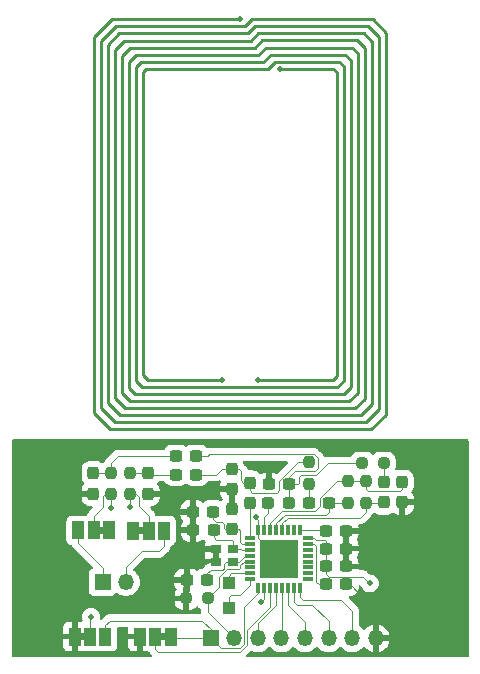
<source format=gtl>
G04 #@! TF.GenerationSoftware,KiCad,Pcbnew,7.0.9*
G04 #@! TF.CreationDate,2024-04-03T14:29:21+02:00*
G04 #@! TF.ProjectId,NFC_Programmer,4e46435f-5072-46f6-9772-616d6d65722e,3.0*
G04 #@! TF.SameCoordinates,Original*
G04 #@! TF.FileFunction,Copper,L1,Top*
G04 #@! TF.FilePolarity,Positive*
%FSLAX46Y46*%
G04 Gerber Fmt 4.6, Leading zero omitted, Abs format (unit mm)*
G04 Created by KiCad (PCBNEW 7.0.9) date 2024-04-03 14:29:21*
%MOMM*%
%LPD*%
G01*
G04 APERTURE LIST*
G04 Aperture macros list*
%AMRoundRect*
0 Rectangle with rounded corners*
0 $1 Rounding radius*
0 $2 $3 $4 $5 $6 $7 $8 $9 X,Y pos of 4 corners*
0 Add a 4 corners polygon primitive as box body*
4,1,4,$2,$3,$4,$5,$6,$7,$8,$9,$2,$3,0*
0 Add four circle primitives for the rounded corners*
1,1,$1+$1,$2,$3*
1,1,$1+$1,$4,$5*
1,1,$1+$1,$6,$7*
1,1,$1+$1,$8,$9*
0 Add four rect primitives between the rounded corners*
20,1,$1+$1,$2,$3,$4,$5,0*
20,1,$1+$1,$4,$5,$6,$7,0*
20,1,$1+$1,$6,$7,$8,$9,0*
20,1,$1+$1,$8,$9,$2,$3,0*%
G04 Aperture macros list end*
G04 #@! TA.AperFunction,SMDPad,CuDef*
%ADD10RoundRect,0.237500X-0.237500X0.250000X-0.237500X-0.250000X0.237500X-0.250000X0.237500X0.250000X0*%
G04 #@! TD*
G04 #@! TA.AperFunction,SMDPad,CuDef*
%ADD11RoundRect,0.237500X0.300000X0.237500X-0.300000X0.237500X-0.300000X-0.237500X0.300000X-0.237500X0*%
G04 #@! TD*
G04 #@! TA.AperFunction,SMDPad,CuDef*
%ADD12RoundRect,0.237500X0.237500X-0.250000X0.237500X0.250000X-0.237500X0.250000X-0.237500X-0.250000X0*%
G04 #@! TD*
G04 #@! TA.AperFunction,SMDPad,CuDef*
%ADD13R,1.000000X1.500000*%
G04 #@! TD*
G04 #@! TA.AperFunction,ComponentPad*
%ADD14R,1.350000X1.350000*%
G04 #@! TD*
G04 #@! TA.AperFunction,ComponentPad*
%ADD15O,1.350000X1.350000*%
G04 #@! TD*
G04 #@! TA.AperFunction,SMDPad,CuDef*
%ADD16R,1.000000X1.000000*%
G04 #@! TD*
G04 #@! TA.AperFunction,SMDPad,CuDef*
%ADD17RoundRect,0.237500X0.237500X-0.287500X0.237500X0.287500X-0.237500X0.287500X-0.237500X-0.287500X0*%
G04 #@! TD*
G04 #@! TA.AperFunction,SMDPad,CuDef*
%ADD18R,0.900000X0.800000*%
G04 #@! TD*
G04 #@! TA.AperFunction,SMDPad,CuDef*
%ADD19RoundRect,0.237500X0.237500X-0.300000X0.237500X0.300000X-0.237500X0.300000X-0.237500X-0.300000X0*%
G04 #@! TD*
G04 #@! TA.AperFunction,SMDPad,CuDef*
%ADD20RoundRect,0.237500X-0.237500X0.300000X-0.237500X-0.300000X0.237500X-0.300000X0.237500X0.300000X0*%
G04 #@! TD*
G04 #@! TA.AperFunction,SMDPad,CuDef*
%ADD21R,0.850000X0.300000*%
G04 #@! TD*
G04 #@! TA.AperFunction,SMDPad,CuDef*
%ADD22R,0.300000X0.850000*%
G04 #@! TD*
G04 #@! TA.AperFunction,SMDPad,CuDef*
%ADD23R,3.250000X3.250000*%
G04 #@! TD*
G04 #@! TA.AperFunction,SMDPad,CuDef*
%ADD24RoundRect,0.237500X-0.300000X-0.237500X0.300000X-0.237500X0.300000X0.237500X-0.300000X0.237500X0*%
G04 #@! TD*
G04 #@! TA.AperFunction,SMDPad,CuDef*
%ADD25RoundRect,0.237500X-0.250000X-0.237500X0.250000X-0.237500X0.250000X0.237500X-0.250000X0.237500X0*%
G04 #@! TD*
G04 #@! TA.AperFunction,SMDPad,CuDef*
%ADD26RoundRect,0.237500X-0.287500X-0.237500X0.287500X-0.237500X0.287500X0.237500X-0.287500X0.237500X0*%
G04 #@! TD*
G04 #@! TA.AperFunction,SMDPad,CuDef*
%ADD27RoundRect,0.237500X0.250000X0.237500X-0.250000X0.237500X-0.250000X-0.237500X0.250000X-0.237500X0*%
G04 #@! TD*
G04 #@! TA.AperFunction,ViaPad*
%ADD28C,0.360000*%
G04 #@! TD*
G04 #@! TA.AperFunction,ViaPad*
%ADD29C,0.500000*%
G04 #@! TD*
G04 #@! TA.AperFunction,Conductor*
%ADD30C,0.100000*%
G04 #@! TD*
G04 #@! TA.AperFunction,Conductor*
%ADD31C,0.250000*%
G04 #@! TD*
G04 APERTURE END LIST*
G04 #@! TA.AperFunction,EtchedComponent*
G36*
X132035000Y-99000000D02*
G01*
X131535000Y-99000000D01*
X131535000Y-98400000D01*
X132035000Y-98400000D01*
X132035000Y-99000000D01*
G37*
G04 #@! TD.AperFunction*
G04 #@! TA.AperFunction,EtchedComponent*
G36*
X128675000Y-98990000D02*
G01*
X128175000Y-98990000D01*
X128175000Y-98390000D01*
X128675000Y-98390000D01*
X128675000Y-98990000D01*
G37*
G04 #@! TD.AperFunction*
G04 #@! TA.AperFunction,EtchedComponent*
G36*
X133910000Y-107970000D02*
G01*
X133410000Y-107970000D01*
X133410000Y-107370000D01*
X133910000Y-107370000D01*
X133910000Y-107970000D01*
G37*
G04 #@! TD.AperFunction*
G04 #@! TA.AperFunction,EtchedComponent*
G36*
X127070000Y-107970000D02*
G01*
X126570000Y-107970000D01*
X126570000Y-107370000D01*
X127070000Y-107370000D01*
X127070000Y-107970000D01*
G37*
G04 #@! TD.AperFunction*
D10*
X150813750Y-94545000D03*
X150813750Y-96370000D03*
D11*
X147696750Y-96380000D03*
X145971750Y-96380000D03*
D12*
X145994250Y-94742500D03*
X145994250Y-92917500D03*
D13*
X131135000Y-98700000D03*
X132435000Y-98700000D03*
X133735000Y-98700000D03*
D11*
X137886750Y-97110000D03*
X136161750Y-97110000D03*
D14*
X128530000Y-103060000D03*
D15*
X130530000Y-103060000D03*
D16*
X139250000Y-105250000D03*
D17*
X140994250Y-96385000D03*
X140994250Y-94635000D03*
D11*
X136462500Y-93970000D03*
X134737500Y-93970000D03*
D18*
X139571750Y-100230000D03*
X138171750Y-100230000D03*
X138171750Y-101330000D03*
X139571750Y-101330000D03*
D19*
X139504250Y-98602500D03*
X139504250Y-96877500D03*
D20*
X139464250Y-93467500D03*
X139464250Y-95192500D03*
D21*
X145914250Y-102820000D03*
X145914250Y-102320000D03*
X145914250Y-101820000D03*
X145914250Y-101320000D03*
X145914250Y-100820000D03*
X145914250Y-100320000D03*
X145914250Y-99820000D03*
X145914250Y-99320000D03*
D22*
X145214250Y-98620000D03*
X144714250Y-98620000D03*
X144214250Y-98620000D03*
X143714250Y-98620000D03*
X143214250Y-98620000D03*
X142714250Y-98620000D03*
X142214250Y-98620000D03*
X141714250Y-98620000D03*
D21*
X141014250Y-99320000D03*
X141014250Y-99820000D03*
X141014250Y-100320000D03*
X141014250Y-100820000D03*
X141014250Y-101320000D03*
X141014250Y-101820000D03*
X141014250Y-102320000D03*
X141014250Y-102820000D03*
D22*
X141714250Y-103520000D03*
X142214250Y-103520000D03*
X142714250Y-103520000D03*
X143214250Y-103520000D03*
X143714250Y-103520000D03*
X144214250Y-103520000D03*
X144714250Y-103520000D03*
X145214250Y-103520000D03*
D23*
X143464250Y-101070000D03*
D14*
X137670000Y-107810000D03*
D15*
X139670000Y-107810000D03*
X141670000Y-107810000D03*
X143670000Y-107810000D03*
X145670000Y-107810000D03*
X147670000Y-107810000D03*
X149670000Y-107810000D03*
X151670000Y-107810000D03*
D10*
X130835000Y-93800000D03*
X130835000Y-95625000D03*
D19*
X152344250Y-96320000D03*
X152344250Y-94595000D03*
D11*
X136462500Y-92400000D03*
X134737500Y-92400000D03*
D24*
X147445000Y-98700000D03*
X149170000Y-98700000D03*
X147445000Y-100220000D03*
X149170000Y-100220000D03*
D12*
X149283250Y-96370000D03*
X149283250Y-94545000D03*
D20*
X153904250Y-94587500D03*
X153904250Y-96312500D03*
D24*
X147445000Y-101740000D03*
X149170000Y-101740000D03*
D16*
X139240000Y-103170000D03*
D10*
X129285000Y-93800000D03*
X129285000Y-95625000D03*
D25*
X150522500Y-92990000D03*
X152347500Y-92990000D03*
D20*
X132385000Y-93850000D03*
X132385000Y-95575000D03*
D19*
X127725000Y-95575000D03*
X127725000Y-93850000D03*
D11*
X137372500Y-102890000D03*
X135647500Y-102890000D03*
D26*
X142544250Y-96400000D03*
X144294250Y-96400000D03*
D27*
X137442500Y-104450000D03*
X135617500Y-104450000D03*
D13*
X129075000Y-98690000D03*
X127775000Y-98690000D03*
X126475000Y-98690000D03*
X134310000Y-107670000D03*
X133010000Y-107670000D03*
X131710000Y-107670000D03*
X126170000Y-107670000D03*
X127470000Y-107670000D03*
X128770000Y-107670000D03*
D24*
X142609250Y-94790000D03*
X144334250Y-94790000D03*
D11*
X137926750Y-98680000D03*
X136201750Y-98680000D03*
D24*
X147445000Y-103260000D03*
X149170000Y-103260000D03*
D28*
X159130000Y-95860000D03*
X128970000Y-104540000D03*
X157940000Y-91280000D03*
X131870000Y-105550000D03*
X124300000Y-91250000D03*
X125190000Y-98820000D03*
X127340000Y-91240000D03*
X157250000Y-91280000D03*
X129940000Y-105570000D03*
X142640000Y-109210000D03*
X135120000Y-99770000D03*
X150620000Y-109150000D03*
X121160000Y-98970000D03*
X122870000Y-109150000D03*
X154830000Y-109120000D03*
D29*
X134251582Y-95601582D03*
D28*
X126460000Y-94700000D03*
X144350000Y-91290000D03*
X159080000Y-104020000D03*
X155130000Y-94450000D03*
X129220000Y-91250000D03*
X125190000Y-98210000D03*
X130030000Y-109160000D03*
X134590000Y-100240000D03*
X148440000Y-92230000D03*
X150480000Y-99510000D03*
X154370000Y-97580000D03*
X153610000Y-106680000D03*
X155400000Y-109120000D03*
X123600000Y-91240000D03*
X133980000Y-97190000D03*
X159130000Y-96470000D03*
X121160000Y-92260000D03*
X152660000Y-97670000D03*
X134420000Y-102300000D03*
X154960000Y-93780000D03*
X125860000Y-109180000D03*
X121170000Y-91560000D03*
X141860000Y-91280000D03*
X121120000Y-108950000D03*
X148700000Y-91290000D03*
X158550000Y-91280000D03*
X125740000Y-97180000D03*
X121130000Y-106460000D03*
X132560000Y-101260000D03*
X137450000Y-95930000D03*
X159120000Y-92860000D03*
X127700000Y-104640000D03*
X143780000Y-91290000D03*
X124910000Y-108130000D03*
X148000000Y-91280000D03*
X121160000Y-92870000D03*
X151917606Y-102411550D03*
X152920000Y-91280000D03*
X147701096Y-92221952D03*
X149280000Y-92220000D03*
X159090000Y-99740000D03*
X139410000Y-91290000D03*
X159090000Y-101530000D03*
X132820000Y-105550000D03*
X131290000Y-109180000D03*
X133790000Y-101240000D03*
X153610000Y-108460000D03*
X151890000Y-97650000D03*
X159130000Y-95290000D03*
X130870000Y-105570000D03*
X131960000Y-102880000D03*
X134260000Y-103310000D03*
X128320000Y-104550000D03*
X125250000Y-109180000D03*
X127520000Y-92500000D03*
X127740000Y-109160000D03*
X159120000Y-98960000D03*
X126610000Y-96460000D03*
X131630000Y-104040000D03*
X158390000Y-109150000D03*
X121130000Y-104670000D03*
X152310000Y-91280000D03*
X126670000Y-92870000D03*
X126440000Y-93840000D03*
X140680000Y-91280000D03*
X156070000Y-91280000D03*
X136910000Y-99940000D03*
X150460000Y-100300000D03*
X140020000Y-91290000D03*
X153450000Y-97640000D03*
X134950000Y-98240000D03*
X154170000Y-109120000D03*
X151364342Y-91970000D03*
X135077887Y-95174346D03*
X155410000Y-91290000D03*
X159080000Y-107150000D03*
X123410000Y-109150000D03*
X159090000Y-105270000D03*
X136980000Y-95110000D03*
X128330000Y-92550000D03*
X153140000Y-106270000D03*
X150470000Y-98680000D03*
X148720000Y-109150000D03*
X134310000Y-104440000D03*
X121160000Y-94050000D03*
X121810000Y-91240000D03*
D29*
X142620000Y-93280000D03*
D28*
X131010000Y-91250000D03*
X121690000Y-109150000D03*
X149880000Y-91290000D03*
X125480000Y-91250000D03*
X128310000Y-109160000D03*
X153610000Y-107250000D03*
X127050000Y-102380000D03*
X127910000Y-91240000D03*
X156550000Y-109120000D03*
X153600000Y-109120000D03*
X131820000Y-109180000D03*
X151460000Y-104220000D03*
X124910000Y-107590000D03*
X150530000Y-100960000D03*
X134950000Y-96480000D03*
X136540000Y-95870000D03*
X153540000Y-92730000D03*
X131960000Y-101650000D03*
X121130000Y-105850000D03*
X155130000Y-95290000D03*
X126400000Y-109180000D03*
X130430000Y-104500000D03*
X125760000Y-106200000D03*
X159080000Y-107760000D03*
X124910000Y-106980000D03*
X127050000Y-104100000D03*
X124910000Y-106410000D03*
X133540000Y-91240000D03*
X159090000Y-104660000D03*
X152060000Y-103740000D03*
X128800000Y-105570000D03*
X121120000Y-107160000D03*
X131160000Y-104360000D03*
X121120000Y-108340000D03*
X135620000Y-95890000D03*
X134630000Y-105320000D03*
X156010000Y-109120000D03*
X132850000Y-91240000D03*
X159130000Y-94680000D03*
X127050000Y-102950000D03*
X121130000Y-100360000D03*
X152220000Y-103020000D03*
X121120000Y-102240000D03*
D29*
X137050000Y-101330000D03*
D28*
X152310000Y-106410000D03*
X121160000Y-93440000D03*
X126970000Y-109180000D03*
X151740000Y-91280000D03*
X125190000Y-99360000D03*
X121130000Y-101540000D03*
X159120000Y-93430000D03*
X159090000Y-100920000D03*
X126670000Y-97160000D03*
X128970000Y-92080000D03*
D29*
X150700000Y-104480000D03*
D28*
X159080000Y-108330000D03*
X129460000Y-109160000D03*
X122420000Y-91240000D03*
X159120000Y-97780000D03*
X126540000Y-105870000D03*
X131780000Y-102240000D03*
X121160000Y-98360000D03*
X133530000Y-96280000D03*
X159090000Y-106450000D03*
X121130000Y-105280000D03*
X121120000Y-104030000D03*
X146820000Y-91280000D03*
X129780000Y-104480000D03*
X159130000Y-91550000D03*
X132280000Y-91240000D03*
X136340000Y-101680000D03*
X157120000Y-109120000D03*
X130400000Y-91250000D03*
X128520000Y-91240000D03*
X125670000Y-100350000D03*
X159080000Y-108940000D03*
X159120000Y-97170000D03*
X133210000Y-96990000D03*
X142470000Y-91280000D03*
X154800000Y-91290000D03*
X147200000Y-91900000D03*
X122990000Y-91240000D03*
X125190000Y-99930000D03*
X145600000Y-91280000D03*
X128920000Y-109160000D03*
X151070000Y-98110000D03*
X149310000Y-91290000D03*
X121130000Y-99750000D03*
X124910000Y-91250000D03*
X152170000Y-91820000D03*
X157820000Y-109150000D03*
X154230000Y-91290000D03*
X151130000Y-91280000D03*
X134150000Y-91240000D03*
X159090000Y-105840000D03*
X129830000Y-91250000D03*
X146210000Y-91280000D03*
X123980000Y-109150000D03*
X137000000Y-100650000D03*
X134960000Y-99050000D03*
X159090000Y-100350000D03*
X131670000Y-91240000D03*
X127100000Y-101690000D03*
X136100000Y-95140000D03*
X122260000Y-109150000D03*
X146740000Y-109170000D03*
X127050000Y-103560000D03*
X126090000Y-91250000D03*
X159120000Y-98350000D03*
X147390000Y-91280000D03*
X121170000Y-95300000D03*
X126130000Y-100790000D03*
X134890000Y-97330000D03*
X136100000Y-99920000D03*
X121160000Y-97180000D03*
X130670000Y-109180000D03*
X126610000Y-101210000D03*
X121120000Y-107770000D03*
X121170000Y-95870000D03*
X149880000Y-91890000D03*
X144960000Y-91290000D03*
X121120000Y-102850000D03*
X151124464Y-102010199D03*
X159080000Y-102230000D03*
X121120000Y-103420000D03*
X143170000Y-91290000D03*
X124910000Y-108700000D03*
X159120000Y-94040000D03*
X144710000Y-109150000D03*
X134250000Y-100770000D03*
X121130000Y-100930000D03*
X153420000Y-92190000D03*
X155210000Y-96260000D03*
D29*
X137990000Y-95230000D03*
D28*
X121170000Y-96480000D03*
X150570000Y-101750000D03*
X156680000Y-91280000D03*
X125190000Y-97640000D03*
X135110000Y-101700000D03*
X126700000Y-105300000D03*
X159080000Y-102840000D03*
X153610000Y-107890000D03*
X154390000Y-93370000D03*
X153620000Y-91290000D03*
X159120000Y-92250000D03*
X150680000Y-105400000D03*
D29*
X125870000Y-95560000D03*
D28*
X121160000Y-97790000D03*
X150700000Y-106280000D03*
X121170000Y-94690000D03*
X152140000Y-109230000D03*
D29*
X141500000Y-97570000D03*
D28*
X127050000Y-104670000D03*
X155050000Y-97220000D03*
X128250000Y-105320000D03*
X124680000Y-109180000D03*
X159080000Y-103410000D03*
X141290000Y-91280000D03*
X153610000Y-93260000D03*
X133840000Y-105540000D03*
X133130000Y-101260000D03*
X152870000Y-91870000D03*
X150690000Y-91810000D03*
X151510000Y-106310000D03*
X132400000Y-109200000D03*
X150490000Y-91290000D03*
X126730000Y-91240000D03*
X131940000Y-103530000D03*
D29*
X151160000Y-103180000D03*
X127550000Y-105990000D03*
X141910000Y-104760000D03*
X143530000Y-59600000D03*
X140200000Y-55400000D03*
X130850000Y-96740000D03*
X141680000Y-85910000D03*
X138620000Y-85930000D03*
X129280000Y-96770000D03*
D30*
X146610000Y-99990750D02*
X146610000Y-103040000D01*
X146439250Y-99820000D02*
X146610000Y-99990750D01*
X146830000Y-103260000D02*
X147445000Y-103260000D01*
X146610000Y-103040000D02*
X146830000Y-103260000D01*
X145914250Y-99820000D02*
X146439250Y-99820000D01*
X134225000Y-95575000D02*
X134251582Y-95601582D01*
X142609250Y-94790000D02*
X142609250Y-93290750D01*
X138027500Y-95192500D02*
X137990000Y-95230000D01*
X125885000Y-95575000D02*
X125870000Y-95560000D01*
X139464250Y-95192500D02*
X138027500Y-95192500D01*
X142609250Y-93290750D02*
X142620000Y-93280000D01*
X143464250Y-101070000D02*
X141714250Y-99320000D01*
X149480000Y-103260000D02*
X150700000Y-104480000D01*
X149170000Y-103260000D02*
X149480000Y-103260000D01*
X141714250Y-97784250D02*
X141500000Y-97570000D01*
X132385000Y-95575000D02*
X134225000Y-95575000D01*
X127725000Y-95575000D02*
X125885000Y-95575000D01*
X141714250Y-98620000D02*
X141714250Y-97784250D01*
X141714250Y-99320000D02*
X141714250Y-98620000D01*
X137000000Y-101280000D02*
X137050000Y-101330000D01*
X138171750Y-101330000D02*
X137050000Y-101330000D01*
X147365000Y-98620000D02*
X147445000Y-98700000D01*
X145214250Y-98620000D02*
X147365000Y-98620000D01*
X139504250Y-98602500D02*
X140056750Y-98602500D01*
X138824250Y-98510000D02*
X138916750Y-98602500D01*
X137886750Y-97732500D02*
X138134250Y-97980000D01*
X140204250Y-98750000D02*
X140204250Y-99700000D01*
X137886750Y-97110000D02*
X137886750Y-97732500D01*
X138134250Y-97980000D02*
X138684250Y-97980000D01*
X138684250Y-97980000D02*
X138824250Y-98120000D01*
X140324250Y-99820000D02*
X141014250Y-99820000D01*
X140204250Y-99700000D02*
X140324250Y-99820000D01*
X138916750Y-98602500D02*
X139504250Y-98602500D01*
X140056750Y-98602500D02*
X140204250Y-98750000D01*
X138824250Y-98120000D02*
X138824250Y-98510000D01*
X140064250Y-101330000D02*
X139571750Y-101330000D01*
X138960000Y-101330000D02*
X139571750Y-101330000D01*
X141014250Y-100820000D02*
X140574250Y-100820000D01*
X138695750Y-102010000D02*
X138798750Y-101907000D01*
X138798750Y-101491250D02*
X138960000Y-101330000D01*
X137372500Y-102890000D02*
X137372500Y-102307500D01*
X140574250Y-100820000D02*
X140064250Y-101330000D01*
X137670000Y-102010000D02*
X138695750Y-102010000D01*
X138798750Y-101907000D02*
X138798750Y-101491250D01*
X137372500Y-102307500D02*
X137670000Y-102010000D01*
X143714250Y-98095000D02*
X144212250Y-97597000D01*
X150813750Y-97140500D02*
X150813750Y-96370000D01*
X150813750Y-96370000D02*
X152294250Y-96370000D01*
X144212250Y-97597000D02*
X150357250Y-97597000D01*
X150357250Y-97597000D02*
X150813750Y-97140500D01*
X143714250Y-98620000D02*
X143714250Y-98095000D01*
X152294250Y-96370000D02*
X152344250Y-96320000D01*
X152347500Y-94591750D02*
X152344250Y-94595000D01*
X152347500Y-92990000D02*
X152347500Y-94591750D01*
X145050000Y-94790000D02*
X144334250Y-94790000D01*
X136462500Y-92400000D02*
X137430000Y-92400000D01*
X144294250Y-94830000D02*
X144334250Y-94790000D01*
X145170000Y-94670000D02*
X145050000Y-94790000D01*
X146410022Y-92253000D02*
X146750000Y-92592978D01*
X145350000Y-94000000D02*
X145170000Y-94180000D01*
X146570000Y-94000000D02*
X145350000Y-94000000D01*
X150522500Y-92990000D02*
X147580000Y-92990000D01*
X144334250Y-94135750D02*
X144334250Y-94790000D01*
X145170000Y-94180000D02*
X145170000Y-94670000D01*
X137577000Y-92253000D02*
X146410022Y-92253000D01*
X146750000Y-93420000D02*
X146550000Y-93620000D01*
X137430000Y-92400000D02*
X137577000Y-92253000D01*
X144294250Y-96400000D02*
X144294250Y-94830000D01*
X146750000Y-92592978D02*
X146750000Y-93420000D01*
X147580000Y-92990000D02*
X146570000Y-94000000D01*
X144850000Y-93620000D02*
X144334250Y-94135750D01*
X146550000Y-93620000D02*
X144850000Y-93620000D01*
X140994250Y-95284250D02*
X140994250Y-94635000D01*
X145076478Y-92917500D02*
X143480000Y-94513978D01*
X140067500Y-93467500D02*
X140270000Y-93670000D01*
X143480000Y-94513978D02*
X143480000Y-95290000D01*
X143280000Y-95490000D02*
X141200000Y-95490000D01*
X139464250Y-93467500D02*
X140067500Y-93467500D01*
X140445000Y-94635000D02*
X140994250Y-94635000D01*
X145994250Y-92917500D02*
X145076478Y-92917500D01*
X143480000Y-95290000D02*
X143280000Y-95490000D01*
X136462500Y-93970000D02*
X138120000Y-93970000D01*
X140270000Y-94460000D02*
X140445000Y-94635000D01*
X140270000Y-93670000D02*
X140270000Y-94460000D01*
X141200000Y-95490000D02*
X140994250Y-95284250D01*
X138120000Y-93970000D02*
X138622500Y-93467500D01*
X138622500Y-93467500D02*
X139464250Y-93467500D01*
X130835000Y-93800000D02*
X132335000Y-93800000D01*
X132505000Y-93970000D02*
X132385000Y-93850000D01*
X134737500Y-93970000D02*
X132505000Y-93970000D01*
X132335000Y-93800000D02*
X132385000Y-93850000D01*
X127725000Y-93850000D02*
X129235000Y-93850000D01*
X129235000Y-93850000D02*
X129285000Y-93800000D01*
X129870000Y-92400000D02*
X129285000Y-92985000D01*
X129285000Y-92985000D02*
X129285000Y-93800000D01*
X134737500Y-92400000D02*
X129870000Y-92400000D01*
X153904250Y-95145750D02*
X153740500Y-95309500D01*
X143757250Y-97052000D02*
X146532250Y-97052000D01*
X150979500Y-95309500D02*
X150813750Y-95143750D01*
X150813750Y-95143750D02*
X150813750Y-94545000D01*
X146532250Y-97052000D02*
X146954250Y-96630000D01*
X153740500Y-95309500D02*
X150979500Y-95309500D01*
X142714250Y-98095000D02*
X143757250Y-97052000D01*
X149283250Y-94545000D02*
X150813750Y-94545000D01*
X148369250Y-94545000D02*
X149283250Y-94545000D01*
X146954250Y-96630000D02*
X146954250Y-95960000D01*
X153904250Y-94587500D02*
X153904250Y-95145750D01*
X146954250Y-95960000D02*
X148369250Y-94545000D01*
X142714250Y-98620000D02*
X142714250Y-98095000D01*
X143939250Y-97370000D02*
X147474250Y-97370000D01*
X143214250Y-98620000D02*
X143214250Y-98095000D01*
X149273250Y-96380000D02*
X149283250Y-96370000D01*
X143214250Y-98095000D02*
X143939250Y-97370000D01*
X147474250Y-97370000D02*
X147696750Y-97147500D01*
X147696750Y-97147500D02*
X147696750Y-96380000D01*
X147696750Y-96380000D02*
X149273250Y-96380000D01*
X145971750Y-94765000D02*
X145994250Y-94742500D01*
X145971750Y-96380000D02*
X145971750Y-94765000D01*
X140994250Y-99300000D02*
X141014250Y-99320000D01*
X140994250Y-96385000D02*
X140994250Y-99300000D01*
X142214250Y-98620000D02*
X142214250Y-97510000D01*
X142544250Y-97180000D02*
X142544250Y-96400000D01*
X142214250Y-97510000D02*
X142544250Y-97180000D01*
X139440000Y-102320000D02*
X139240000Y-102520000D01*
X139240000Y-102520000D02*
X139240000Y-103170000D01*
X141014250Y-102320000D02*
X139440000Y-102320000D01*
X144214250Y-105004250D02*
X145670000Y-106460000D01*
X145670000Y-106460000D02*
X145670000Y-107810000D01*
X144214250Y-103520000D02*
X144214250Y-105004250D01*
X145214250Y-104314250D02*
X145470000Y-104570000D01*
X148730000Y-104570000D02*
X149670000Y-105510000D01*
X145214250Y-103520000D02*
X145214250Y-104314250D01*
X145470000Y-104570000D02*
X148730000Y-104570000D01*
X149670000Y-105510000D02*
X149670000Y-107810000D01*
X147670000Y-106390000D02*
X147670000Y-107810000D01*
X144714250Y-104734250D02*
X145000000Y-105020000D01*
X144714250Y-103520000D02*
X144714250Y-104734250D01*
X146300000Y-105020000D02*
X147670000Y-106390000D01*
X145000000Y-105020000D02*
X146300000Y-105020000D01*
X140115750Y-101990000D02*
X140198750Y-101907000D01*
X138430000Y-102626000D02*
X139066000Y-101990000D01*
X138430000Y-103462500D02*
X138430000Y-102626000D01*
X140198750Y-101907000D02*
X140198750Y-101631250D01*
X137442500Y-104450000D02*
X138430000Y-103462500D01*
X139066000Y-101990000D02*
X140115750Y-101990000D01*
X137442500Y-105582500D02*
X139670000Y-107810000D01*
X137442500Y-104450000D02*
X137442500Y-105582500D01*
X140198750Y-101631250D02*
X140510000Y-101320000D01*
X140510000Y-101320000D02*
X141014250Y-101320000D01*
X138522000Y-108662000D02*
X137670000Y-107810000D01*
X137670000Y-107010000D02*
X136990000Y-106330000D01*
X137670000Y-107810000D02*
X137670000Y-107010000D01*
X145914250Y-99320000D02*
X146439250Y-99320000D01*
X129170000Y-106330000D02*
X128770000Y-106730000D01*
X147445000Y-101740000D02*
X147445000Y-102365000D01*
X140138000Y-108662000D02*
X138522000Y-108662000D01*
X147380000Y-99510000D02*
X147445000Y-99575000D01*
X137670000Y-107810000D02*
X134450000Y-107810000D01*
X140530000Y-108270000D02*
X140138000Y-108662000D01*
X151170000Y-103220000D02*
X151170000Y-103190000D01*
X134450000Y-107810000D02*
X134310000Y-107670000D01*
X147445000Y-99575000D02*
X147445000Y-100220000D01*
X147688000Y-102608000D02*
X150558000Y-102608000D01*
X128770000Y-106730000D02*
X128770000Y-107670000D01*
X141714250Y-104005750D02*
X140530000Y-105190000D01*
X147445000Y-102365000D02*
X147688000Y-102608000D01*
X146629250Y-99510000D02*
X147380000Y-99510000D01*
X136990000Y-106330000D02*
X129170000Y-106330000D01*
X150558000Y-102608000D02*
X151170000Y-103220000D01*
X141714250Y-103520000D02*
X141714250Y-104005750D01*
X140530000Y-105190000D02*
X140530000Y-108270000D01*
X147445000Y-100220000D02*
X147445000Y-101740000D01*
X146439250Y-99320000D02*
X146629250Y-99510000D01*
X143714250Y-107765750D02*
X143670000Y-107810000D01*
X143714250Y-103520000D02*
X143714250Y-107765750D01*
X141670000Y-106530000D02*
X141670000Y-107810000D01*
X143214250Y-103520000D02*
X143214250Y-104985750D01*
X143214250Y-104985750D02*
X141670000Y-106530000D01*
X140354250Y-100320000D02*
X141014249Y-100320000D01*
X137926750Y-98680000D02*
X137926750Y-99262500D01*
X138154250Y-99490000D02*
X139454250Y-99490000D01*
X139584250Y-99620000D02*
X139571750Y-99632500D01*
X137926750Y-99262500D02*
X138154250Y-99490000D01*
X139571750Y-99632500D02*
X139571750Y-100230000D01*
X140244250Y-100230000D02*
X140344250Y-100330000D01*
X139454250Y-99490000D02*
X139584250Y-99620000D01*
X139571750Y-100230000D02*
X140244250Y-100230000D01*
X140344250Y-100330000D02*
X140354250Y-100320000D01*
X127470000Y-106070000D02*
X127470000Y-107670000D01*
X142214250Y-103520000D02*
X142214250Y-104455750D01*
X142214250Y-104455750D02*
X141910000Y-104760000D01*
X127550000Y-105990000D02*
X127470000Y-106070000D01*
X140760000Y-107118974D02*
X140760000Y-108361026D01*
X140760000Y-108361026D02*
X140176026Y-108945000D01*
X142714250Y-105164724D02*
X140760000Y-107118974D01*
X133010000Y-108750000D02*
X133010000Y-107670000D01*
X133210000Y-108950000D02*
X133205000Y-108945000D01*
X142714250Y-103520000D02*
X142714250Y-105164724D01*
X140175513Y-108950000D02*
X133210000Y-108950000D01*
X133205000Y-108945000D02*
X133010000Y-108750000D01*
X133735000Y-98700000D02*
X133735000Y-100035000D01*
X131850000Y-100430000D02*
X130530000Y-101750000D01*
X133735000Y-100035000D02*
X133340000Y-100430000D01*
X130530000Y-101750000D02*
X130530000Y-103060000D01*
X133340000Y-100430000D02*
X131850000Y-100430000D01*
D31*
X141700000Y-85930000D02*
X141680000Y-85910000D01*
X148940000Y-86000000D02*
X148940000Y-59380000D01*
D30*
X132435000Y-97435000D02*
X132435000Y-98700000D01*
D31*
X128970000Y-87880000D02*
X130030000Y-88940000D01*
X142520000Y-59620000D02*
X132200000Y-59620000D01*
X132350000Y-85930000D02*
X138620000Y-85930000D01*
X143530000Y-59600000D02*
X148040000Y-59600000D01*
X150110000Y-57200000D02*
X142020000Y-57200000D01*
X140200000Y-55400000D02*
X129320000Y-55400000D01*
D30*
X129285000Y-95625000D02*
X129285000Y-96765000D01*
D31*
X131370000Y-86050000D02*
X131850000Y-86530000D01*
X128370000Y-57270000D02*
X128370000Y-88330000D01*
D30*
X130835000Y-95625000D02*
X130835000Y-96725000D01*
X128715000Y-95625000D02*
X128590000Y-95750000D01*
D31*
X150740000Y-87530000D02*
X150740000Y-57830000D01*
X142760000Y-58400000D02*
X142140000Y-59020000D01*
X142020000Y-57200000D02*
X141405000Y-57815000D01*
D30*
X130835000Y-95625000D02*
X131375000Y-95625000D01*
D31*
X148410000Y-86530000D02*
X148940000Y-86000000D01*
D30*
X131590000Y-96590000D02*
X132435000Y-97435000D01*
D31*
X151940000Y-88430000D02*
X151940000Y-56950000D01*
X131850000Y-86530000D02*
X148410000Y-86530000D01*
X141730000Y-58420000D02*
X131340000Y-58420000D01*
X150390000Y-88940000D02*
X151340000Y-87990000D01*
X130770000Y-58990000D02*
X130770000Y-86630000D01*
D30*
X129285000Y-96765000D02*
X129280000Y-96770000D01*
D31*
X148040000Y-59600000D02*
X148340000Y-59900000D01*
X151400000Y-55400000D02*
X141200000Y-55400000D01*
X129640000Y-56000000D02*
X128370000Y-57270000D01*
X141405000Y-57815000D02*
X130875000Y-57815000D01*
X151340000Y-57310000D02*
X150630000Y-56600000D01*
D30*
X131375000Y-95625000D02*
X131590000Y-95840000D01*
D31*
X148950000Y-87130000D02*
X149540000Y-86540000D01*
X129190000Y-90140000D02*
X151290000Y-90140000D01*
X143140000Y-59000000D02*
X142520000Y-59620000D01*
X131340000Y-58420000D02*
X130770000Y-58990000D01*
X128370000Y-88330000D02*
X129580000Y-89540000D01*
X141200000Y-55400000D02*
X140600000Y-56000000D01*
X149640000Y-57800000D02*
X142350000Y-57800000D01*
X131780000Y-59020000D02*
X131370000Y-59430000D01*
X131370000Y-59430000D02*
X131370000Y-86050000D01*
X129940000Y-56610000D02*
X128970000Y-57580000D01*
X129570000Y-58000000D02*
X129570000Y-87460000D01*
X150140000Y-87020000D02*
X150140000Y-58300000D01*
X130170000Y-87080000D02*
X130820000Y-87730000D01*
X148340000Y-85640000D02*
X148050000Y-85930000D01*
D30*
X128590000Y-95750000D02*
X128590000Y-96670000D01*
D31*
X150990000Y-56000000D02*
X141470000Y-56000000D01*
X131970000Y-59850000D02*
X131970000Y-85550000D01*
X151290000Y-90140000D02*
X152540000Y-88890000D01*
X142350000Y-57800000D02*
X141730000Y-58420000D01*
X148560000Y-59000000D02*
X143140000Y-59000000D01*
X150740000Y-57830000D02*
X150110000Y-57200000D01*
X130030000Y-88940000D02*
X150390000Y-88940000D01*
X148050000Y-85930000D02*
X141700000Y-85930000D01*
X140860000Y-56610000D02*
X129940000Y-56610000D01*
D30*
X129285000Y-95625000D02*
X128715000Y-95625000D01*
D31*
X152540000Y-56540000D02*
X151400000Y-55400000D01*
X129570000Y-87460000D02*
X130450000Y-88340000D01*
X140600000Y-56000000D02*
X129640000Y-56000000D01*
X150630000Y-56600000D02*
X141710000Y-56600000D01*
X141470000Y-56000000D02*
X140860000Y-56610000D01*
X130170000Y-58520000D02*
X130170000Y-87080000D01*
X141100000Y-57210000D02*
X130360000Y-57210000D01*
X131270000Y-87130000D02*
X148950000Y-87130000D01*
X127770000Y-88720000D02*
X129190000Y-90140000D01*
X149540000Y-58850000D02*
X149090000Y-58400000D01*
X128970000Y-57580000D02*
X128970000Y-87880000D01*
X142140000Y-59020000D02*
X131780000Y-59020000D01*
X149090000Y-58400000D02*
X142760000Y-58400000D01*
X130450000Y-88340000D02*
X149930000Y-88340000D01*
X131970000Y-85550000D02*
X132350000Y-85930000D01*
X149540000Y-86540000D02*
X149540000Y-58850000D01*
X149930000Y-88340000D02*
X150740000Y-87530000D01*
X152540000Y-88890000D02*
X152540000Y-56540000D01*
X130820000Y-87730000D02*
X149430000Y-87730000D01*
X130360000Y-57210000D02*
X129570000Y-58000000D01*
D30*
X128590000Y-96670000D02*
X127775000Y-97485000D01*
D31*
X129580000Y-89540000D02*
X150830000Y-89540000D01*
X130770000Y-86630000D02*
X131270000Y-87130000D01*
X132200000Y-59620000D02*
X131970000Y-59850000D01*
X150830000Y-89540000D02*
X151940000Y-88430000D01*
X148940000Y-59380000D02*
X148560000Y-59000000D01*
X130875000Y-57815000D02*
X130170000Y-58520000D01*
X148340000Y-59900000D02*
X148340000Y-85640000D01*
X149430000Y-87730000D02*
X150140000Y-87020000D01*
X151940000Y-56950000D02*
X150990000Y-56000000D01*
X129320000Y-55400000D02*
X127770000Y-56950000D01*
X150140000Y-58300000D02*
X149640000Y-57800000D01*
X127770000Y-56950000D02*
X127770000Y-88720000D01*
D30*
X131590000Y-95840000D02*
X131590000Y-96590000D01*
D31*
X141710000Y-56600000D02*
X141100000Y-57210000D01*
D30*
X127775000Y-97485000D02*
X127775000Y-98690000D01*
D31*
X151340000Y-87990000D02*
X151340000Y-57310000D01*
D30*
X130835000Y-96725000D02*
X130850000Y-96740000D01*
X126475000Y-99775000D02*
X128530000Y-101830000D01*
X128530000Y-101830000D02*
X128530000Y-103060000D01*
X126475000Y-98690000D02*
X126475000Y-99775000D01*
X140140000Y-104190000D02*
X139370000Y-104190000D01*
X139250000Y-104310000D02*
X139250000Y-105250000D01*
X141014250Y-102820000D02*
X141014250Y-103315750D01*
X141014250Y-103315750D02*
X140140000Y-104190000D01*
X139370000Y-104190000D02*
X139250000Y-104310000D01*
G04 #@! TA.AperFunction,Conductor*
G36*
X159457539Y-90979685D02*
G01*
X159503294Y-91032489D01*
X159514500Y-91084000D01*
X159514500Y-109310500D01*
X159494815Y-109377539D01*
X159442011Y-109423294D01*
X159390500Y-109434500D01*
X140764412Y-109434500D01*
X140697373Y-109414815D01*
X140651618Y-109362011D01*
X140641674Y-109292853D01*
X140670699Y-109229297D01*
X140676731Y-109222819D01*
X140838683Y-109060867D01*
X141006644Y-108892905D01*
X141067965Y-108859422D01*
X141137656Y-108864406D01*
X141139117Y-108864962D01*
X141196939Y-108887362D01*
X141346931Y-108945470D01*
X141561074Y-108985500D01*
X141561076Y-108985500D01*
X141778924Y-108985500D01*
X141778926Y-108985500D01*
X141993069Y-108945470D01*
X142196210Y-108866772D01*
X142381432Y-108752088D01*
X142542427Y-108605322D01*
X142571047Y-108567422D01*
X142627153Y-108525787D01*
X142696865Y-108521094D01*
X142758048Y-108554836D01*
X142768946Y-108567414D01*
X142797573Y-108605322D01*
X142958568Y-108752088D01*
X142958575Y-108752092D01*
X142958576Y-108752093D01*
X143143786Y-108866770D01*
X143143792Y-108866773D01*
X143166664Y-108875633D01*
X143346931Y-108945470D01*
X143561074Y-108985500D01*
X143561076Y-108985500D01*
X143778924Y-108985500D01*
X143778926Y-108985500D01*
X143993069Y-108945470D01*
X144196210Y-108866772D01*
X144381432Y-108752088D01*
X144542427Y-108605322D01*
X144571047Y-108567422D01*
X144627153Y-108525787D01*
X144696865Y-108521094D01*
X144758048Y-108554836D01*
X144768946Y-108567414D01*
X144797573Y-108605322D01*
X144958568Y-108752088D01*
X144958575Y-108752092D01*
X144958576Y-108752093D01*
X145143786Y-108866770D01*
X145143792Y-108866773D01*
X145166664Y-108875633D01*
X145346931Y-108945470D01*
X145561074Y-108985500D01*
X145561076Y-108985500D01*
X145778924Y-108985500D01*
X145778926Y-108985500D01*
X145993069Y-108945470D01*
X146196210Y-108866772D01*
X146381432Y-108752088D01*
X146542427Y-108605322D01*
X146571047Y-108567422D01*
X146627153Y-108525787D01*
X146696865Y-108521094D01*
X146758048Y-108554836D01*
X146768946Y-108567414D01*
X146797573Y-108605322D01*
X146958568Y-108752088D01*
X146958575Y-108752092D01*
X146958576Y-108752093D01*
X147143786Y-108866770D01*
X147143792Y-108866773D01*
X147166664Y-108875633D01*
X147346931Y-108945470D01*
X147561074Y-108985500D01*
X147561076Y-108985500D01*
X147778924Y-108985500D01*
X147778926Y-108985500D01*
X147993069Y-108945470D01*
X148196210Y-108866772D01*
X148381432Y-108752088D01*
X148542427Y-108605322D01*
X148571047Y-108567422D01*
X148627153Y-108525787D01*
X148696865Y-108521094D01*
X148758048Y-108554836D01*
X148768946Y-108567414D01*
X148797573Y-108605322D01*
X148958568Y-108752088D01*
X148958575Y-108752092D01*
X148958576Y-108752093D01*
X149143786Y-108866770D01*
X149143792Y-108866773D01*
X149166664Y-108875633D01*
X149346931Y-108945470D01*
X149561074Y-108985500D01*
X149561076Y-108985500D01*
X149778924Y-108985500D01*
X149778926Y-108985500D01*
X149993069Y-108945470D01*
X150196210Y-108866772D01*
X150381432Y-108752088D01*
X150542427Y-108605322D01*
X150571359Y-108567009D01*
X150627465Y-108525373D01*
X150697177Y-108520680D01*
X150758360Y-108554421D01*
X150769267Y-108567009D01*
X150797942Y-108604981D01*
X150797949Y-108604989D01*
X150958868Y-108751685D01*
X151144012Y-108866322D01*
X151144023Y-108866327D01*
X151347060Y-108944984D01*
X151420000Y-108958619D01*
X151420000Y-108125686D01*
X151431955Y-108137641D01*
X151544852Y-108195165D01*
X151638519Y-108210000D01*
X151701481Y-108210000D01*
X151795148Y-108195165D01*
X151908045Y-108137641D01*
X151920000Y-108125686D01*
X151920000Y-108958619D01*
X151992939Y-108944984D01*
X152195976Y-108866327D01*
X152195987Y-108866322D01*
X152381130Y-108751685D01*
X152381131Y-108751685D01*
X152542054Y-108604985D01*
X152673284Y-108431208D01*
X152770348Y-108236280D01*
X152820505Y-108060000D01*
X151985686Y-108060000D01*
X151997641Y-108048045D01*
X152055165Y-107935148D01*
X152074986Y-107810000D01*
X152055165Y-107684852D01*
X151997641Y-107571955D01*
X151985686Y-107560000D01*
X152820505Y-107560000D01*
X152820505Y-107559999D01*
X152770348Y-107383719D01*
X152673284Y-107188791D01*
X152542054Y-107015014D01*
X152381131Y-106868314D01*
X152195987Y-106753677D01*
X152195985Y-106753676D01*
X151992931Y-106675013D01*
X151992921Y-106675010D01*
X151920001Y-106661378D01*
X151920000Y-106661379D01*
X151920000Y-107494314D01*
X151908045Y-107482359D01*
X151795148Y-107424835D01*
X151701481Y-107410000D01*
X151638519Y-107410000D01*
X151544852Y-107424835D01*
X151431955Y-107482359D01*
X151420000Y-107494314D01*
X151420000Y-106661379D01*
X151419998Y-106661378D01*
X151347078Y-106675010D01*
X151347068Y-106675013D01*
X151144014Y-106753676D01*
X151144012Y-106753677D01*
X150958869Y-106868314D01*
X150958868Y-106868314D01*
X150797945Y-107015014D01*
X150769267Y-107052990D01*
X150713157Y-107094626D01*
X150643445Y-107099317D01*
X150582264Y-107065575D01*
X150571359Y-107052990D01*
X150562547Y-107041321D01*
X150542427Y-107014678D01*
X150381432Y-106867912D01*
X150292144Y-106812627D01*
X150279222Y-106804626D01*
X150232587Y-106752598D01*
X150220500Y-106699199D01*
X150220500Y-105519414D01*
X150220572Y-105517295D01*
X150222763Y-105453174D01*
X150215896Y-105424998D01*
X150212281Y-105410163D01*
X150211094Y-105403918D01*
X150210878Y-105402347D01*
X150205070Y-105360080D01*
X150197919Y-105343617D01*
X150191181Y-105323583D01*
X150186933Y-105306148D01*
X150165234Y-105267556D01*
X150162414Y-105261878D01*
X150161225Y-105259141D01*
X150144780Y-105221280D01*
X150144780Y-105221279D01*
X150133458Y-105207363D01*
X150121557Y-105189876D01*
X150112768Y-105174244D01*
X150112767Y-105174243D01*
X150112766Y-105174241D01*
X150081456Y-105142931D01*
X150077210Y-105138225D01*
X150068497Y-105127516D01*
X150049278Y-105103892D01*
X150034612Y-105093539D01*
X150018445Y-105079920D01*
X149385205Y-104446680D01*
X149351720Y-104385357D01*
X149356704Y-104315665D01*
X149398576Y-104259732D01*
X149464040Y-104235315D01*
X149472886Y-104234999D01*
X149519140Y-104234999D01*
X149519154Y-104234998D01*
X149620152Y-104224680D01*
X149783800Y-104170453D01*
X149783811Y-104170448D01*
X149930534Y-104079947D01*
X149930538Y-104079944D01*
X150052444Y-103958038D01*
X150052447Y-103958034D01*
X150142948Y-103811311D01*
X150142953Y-103811300D01*
X150197180Y-103647652D01*
X150207499Y-103546654D01*
X150207499Y-103460045D01*
X150227183Y-103393006D01*
X150279986Y-103347250D01*
X150349145Y-103337306D01*
X150412701Y-103366330D01*
X150448540Y-103419089D01*
X150479542Y-103507686D01*
X150479547Y-103507697D01*
X150569518Y-103650884D01*
X150569523Y-103650890D01*
X150689109Y-103770476D01*
X150689115Y-103770481D01*
X150832302Y-103860452D01*
X150832305Y-103860454D01*
X150832309Y-103860455D01*
X150832310Y-103860456D01*
X150889047Y-103880309D01*
X150991943Y-103916314D01*
X151159997Y-103935249D01*
X151160000Y-103935249D01*
X151160003Y-103935249D01*
X151328056Y-103916314D01*
X151378397Y-103898699D01*
X151487690Y-103860456D01*
X151487692Y-103860454D01*
X151487694Y-103860454D01*
X151487697Y-103860452D01*
X151630884Y-103770481D01*
X151630885Y-103770480D01*
X151630890Y-103770477D01*
X151750477Y-103650890D01*
X151786088Y-103594216D01*
X151840452Y-103507697D01*
X151840454Y-103507694D01*
X151840454Y-103507692D01*
X151840456Y-103507690D01*
X151896313Y-103348059D01*
X151896313Y-103348058D01*
X151896314Y-103348056D01*
X151915249Y-103180002D01*
X151915249Y-103179997D01*
X151896314Y-103011943D01*
X151840454Y-102852305D01*
X151840452Y-102852302D01*
X151750481Y-102709115D01*
X151750476Y-102709109D01*
X151630890Y-102589523D01*
X151630884Y-102589518D01*
X151487697Y-102499547D01*
X151487694Y-102499545D01*
X151328055Y-102443685D01*
X151195539Y-102428755D01*
X151131125Y-102401689D01*
X151121741Y-102393216D01*
X150953906Y-102225381D01*
X150922697Y-102191965D01*
X150908680Y-102176956D01*
X150878392Y-102158537D01*
X150870861Y-102153957D01*
X150865610Y-102150383D01*
X150830341Y-102123638D01*
X150830342Y-102123638D01*
X150813642Y-102117052D01*
X150794716Y-102107652D01*
X150779380Y-102098327D01*
X150736758Y-102086384D01*
X150730740Y-102084360D01*
X150689565Y-102068124D01*
X150689556Y-102068122D01*
X150671716Y-102066288D01*
X150650951Y-102062342D01*
X150633669Y-102057500D01*
X150633665Y-102057500D01*
X150589406Y-102057500D01*
X150583064Y-102057175D01*
X150555427Y-102054333D01*
X150539029Y-102052648D01*
X150539024Y-102052648D01*
X150521344Y-102055697D01*
X150500276Y-102057500D01*
X150326362Y-102057500D01*
X150259323Y-102037815D01*
X150238681Y-102021181D01*
X150207500Y-101990000D01*
X149420000Y-101990000D01*
X149388819Y-102021181D01*
X149327496Y-102054666D01*
X149301138Y-102057500D01*
X149044000Y-102057500D01*
X148976961Y-102037815D01*
X148931206Y-101985011D01*
X148920000Y-101933500D01*
X148920000Y-100470000D01*
X149420000Y-100470000D01*
X149420000Y-101490000D01*
X150207499Y-101490000D01*
X150207499Y-101453360D01*
X150207498Y-101453345D01*
X150197180Y-101352347D01*
X150142953Y-101188699D01*
X150142948Y-101188688D01*
X150054379Y-101045097D01*
X150035938Y-100977705D01*
X150054379Y-100914903D01*
X150142948Y-100771311D01*
X150142953Y-100771300D01*
X150197180Y-100607652D01*
X150207499Y-100506654D01*
X150207500Y-100506641D01*
X150207500Y-100470000D01*
X149420000Y-100470000D01*
X148920000Y-100470000D01*
X148920000Y-98950000D01*
X149420000Y-98950000D01*
X149420000Y-99970000D01*
X150207499Y-99970000D01*
X150207499Y-99933360D01*
X150207498Y-99933345D01*
X150197180Y-99832347D01*
X150142953Y-99668699D01*
X150142948Y-99668688D01*
X150054379Y-99525097D01*
X150035938Y-99457705D01*
X150054379Y-99394903D01*
X150142948Y-99251311D01*
X150142953Y-99251300D01*
X150197180Y-99087652D01*
X150207499Y-98986654D01*
X150207500Y-98986641D01*
X150207500Y-98950000D01*
X149420000Y-98950000D01*
X148920000Y-98950000D01*
X148920000Y-98574000D01*
X148939685Y-98506961D01*
X148992489Y-98461206D01*
X149044000Y-98450000D01*
X150207499Y-98450000D01*
X150207499Y-98413360D01*
X150207498Y-98413345D01*
X150197180Y-98312346D01*
X150196570Y-98310503D01*
X150196528Y-98309297D01*
X150195764Y-98305726D01*
X150196401Y-98305589D01*
X150194169Y-98240675D01*
X150229901Y-98180633D01*
X150292421Y-98149441D01*
X150314276Y-98147500D01*
X150347853Y-98147500D01*
X150414076Y-98149762D01*
X150457082Y-98139280D01*
X150463301Y-98138098D01*
X150507170Y-98132070D01*
X150523633Y-98124918D01*
X150543666Y-98118181D01*
X150561102Y-98113933D01*
X150599715Y-98092221D01*
X150605340Y-98089427D01*
X150645970Y-98071780D01*
X150659882Y-98060460D01*
X150677373Y-98048557D01*
X150693005Y-98039768D01*
X150693003Y-98039768D01*
X150693009Y-98039766D01*
X150724309Y-98008464D01*
X150729019Y-98004213D01*
X150763358Y-97976278D01*
X150773706Y-97961616D01*
X150787324Y-97945449D01*
X151196353Y-97536420D01*
X151244794Y-97491180D01*
X151265738Y-97456738D01*
X151267789Y-97453366D01*
X151271364Y-97448112D01*
X151273035Y-97445909D01*
X151298111Y-97412843D01*
X151304693Y-97396150D01*
X151314098Y-97377213D01*
X151323422Y-97361882D01*
X151324802Y-97356953D01*
X151361844Y-97297712D01*
X151379100Y-97284874D01*
X151512100Y-97202840D01*
X151512102Y-97202837D01*
X151513903Y-97201727D01*
X151581296Y-97183287D01*
X151644097Y-97201727D01*
X151645897Y-97202837D01*
X151645900Y-97202840D01*
X151792734Y-97293408D01*
X151956497Y-97347674D01*
X152057573Y-97358000D01*
X152630926Y-97357999D01*
X152630934Y-97357998D01*
X152630937Y-97357998D01*
X152709252Y-97349998D01*
X152732003Y-97347674D01*
X152895766Y-97293408D01*
X153042600Y-97202840D01*
X153042602Y-97202837D01*
X153042605Y-97202836D01*
X153048268Y-97198359D01*
X153049380Y-97199766D01*
X153102531Y-97170734D01*
X153172223Y-97175709D01*
X153199955Y-97191331D01*
X153200065Y-97191154D01*
X153204530Y-97193908D01*
X153205824Y-97194637D01*
X153206221Y-97194951D01*
X153352938Y-97285448D01*
X153352949Y-97285453D01*
X153516597Y-97339680D01*
X153617602Y-97349999D01*
X153654250Y-97349999D01*
X153654250Y-96562500D01*
X154154250Y-96562500D01*
X154154250Y-97349999D01*
X154190890Y-97349999D01*
X154190904Y-97349998D01*
X154291902Y-97339680D01*
X154455550Y-97285453D01*
X154455561Y-97285448D01*
X154602284Y-97194947D01*
X154602288Y-97194944D01*
X154724194Y-97073038D01*
X154724197Y-97073034D01*
X154814698Y-96926311D01*
X154814703Y-96926300D01*
X154868930Y-96762652D01*
X154879249Y-96661654D01*
X154879250Y-96661641D01*
X154879250Y-96562500D01*
X154154250Y-96562500D01*
X153654250Y-96562500D01*
X153654250Y-96186500D01*
X153673935Y-96119461D01*
X153726739Y-96073706D01*
X153778250Y-96062500D01*
X154879249Y-96062500D01*
X154879249Y-95963360D01*
X154879248Y-95963345D01*
X154868930Y-95862347D01*
X154814703Y-95698699D01*
X154814698Y-95698688D01*
X154724197Y-95551965D01*
X154724194Y-95551961D01*
X154710267Y-95538034D01*
X154676782Y-95476711D01*
X154681766Y-95407019D01*
X154710267Y-95362672D01*
X154724590Y-95348350D01*
X154815158Y-95201516D01*
X154869424Y-95037753D01*
X154879750Y-94936677D01*
X154879749Y-94238324D01*
X154876225Y-94203830D01*
X154869424Y-94137247D01*
X154847213Y-94070220D01*
X154815158Y-93973484D01*
X154724590Y-93826650D01*
X154602600Y-93704660D01*
X154490563Y-93635555D01*
X154455768Y-93614093D01*
X154455763Y-93614091D01*
X154441908Y-93609500D01*
X154292003Y-93559826D01*
X154292001Y-93559825D01*
X154190928Y-93549500D01*
X153617580Y-93549500D01*
X153617562Y-93549501D01*
X153516497Y-93559825D01*
X153516494Y-93559826D01*
X153468172Y-93575839D01*
X153398343Y-93578241D01*
X153338302Y-93542509D01*
X153307109Y-93479989D01*
X153311462Y-93419130D01*
X153325174Y-93377753D01*
X153335500Y-93276677D01*
X153335499Y-92703324D01*
X153332313Y-92672139D01*
X153325174Y-92602247D01*
X153290072Y-92496318D01*
X153270908Y-92438484D01*
X153180340Y-92291650D01*
X153058350Y-92169660D01*
X152911516Y-92079092D01*
X152747753Y-92024826D01*
X152747751Y-92024825D01*
X152646678Y-92014500D01*
X152048330Y-92014500D01*
X152048312Y-92014501D01*
X151947247Y-92024825D01*
X151783484Y-92079092D01*
X151783481Y-92079093D01*
X151636648Y-92169661D01*
X151522681Y-92283629D01*
X151461358Y-92317114D01*
X151391666Y-92312130D01*
X151347319Y-92283629D01*
X151233351Y-92169661D01*
X151233350Y-92169660D01*
X151086516Y-92079092D01*
X150922753Y-92024826D01*
X150922751Y-92024825D01*
X150821678Y-92014500D01*
X150223330Y-92014500D01*
X150223312Y-92014501D01*
X150122247Y-92024825D01*
X149958484Y-92079092D01*
X149958481Y-92079093D01*
X149811648Y-92169661D01*
X149689659Y-92291650D01*
X149634798Y-92380596D01*
X149582850Y-92427321D01*
X149529259Y-92439500D01*
X147589415Y-92439500D01*
X147523175Y-92437237D01*
X147523174Y-92437237D01*
X147480165Y-92447717D01*
X147473931Y-92448902D01*
X147430078Y-92454930D01*
X147421913Y-92457218D01*
X147421523Y-92455828D01*
X147361294Y-92463343D01*
X147298291Y-92433136D01*
X147272370Y-92395797D01*
X147271089Y-92396518D01*
X147245239Y-92350542D01*
X147242414Y-92344854D01*
X147228199Y-92312130D01*
X147224780Y-92304258D01*
X147213454Y-92290337D01*
X147201556Y-92272855D01*
X147192764Y-92257218D01*
X147161472Y-92225926D01*
X147157215Y-92221209D01*
X147129278Y-92186870D01*
X147114613Y-92176518D01*
X147098441Y-92162895D01*
X146956263Y-92020717D01*
X146805930Y-91870383D01*
X146760702Y-91821956D01*
X146760699Y-91821954D01*
X146722883Y-91798957D01*
X146717632Y-91795383D01*
X146682363Y-91768638D01*
X146682364Y-91768638D01*
X146665664Y-91762052D01*
X146646738Y-91752652D01*
X146631402Y-91743327D01*
X146588780Y-91731384D01*
X146582762Y-91729360D01*
X146541587Y-91713124D01*
X146541578Y-91713122D01*
X146523738Y-91711288D01*
X146502973Y-91707342D01*
X146485691Y-91702500D01*
X146485687Y-91702500D01*
X146441428Y-91702500D01*
X146435086Y-91702175D01*
X146407449Y-91699333D01*
X146391051Y-91697648D01*
X146391046Y-91697648D01*
X146373366Y-91700697D01*
X146352298Y-91702500D01*
X137586397Y-91702500D01*
X137520174Y-91700238D01*
X137520173Y-91700238D01*
X137520171Y-91700238D01*
X137477169Y-91710717D01*
X137470928Y-91711903D01*
X137430544Y-91717453D01*
X137361449Y-91707080D01*
X137325979Y-91682289D01*
X137223351Y-91579661D01*
X137223350Y-91579660D01*
X137076516Y-91489092D01*
X136912753Y-91434826D01*
X136912751Y-91434825D01*
X136811678Y-91424500D01*
X136113330Y-91424500D01*
X136113312Y-91424501D01*
X136012247Y-91434825D01*
X135848484Y-91489092D01*
X135848481Y-91489093D01*
X135701648Y-91579661D01*
X135687681Y-91593629D01*
X135626358Y-91627114D01*
X135556666Y-91622130D01*
X135512319Y-91593629D01*
X135498351Y-91579661D01*
X135498350Y-91579660D01*
X135351516Y-91489092D01*
X135187753Y-91434826D01*
X135187751Y-91434825D01*
X135086678Y-91424500D01*
X134388330Y-91424500D01*
X134388312Y-91424501D01*
X134287247Y-91434825D01*
X134123484Y-91489092D01*
X134123481Y-91489093D01*
X133976648Y-91579661D01*
X133854659Y-91701650D01*
X133799798Y-91790596D01*
X133747850Y-91837321D01*
X133694259Y-91849500D01*
X129879397Y-91849500D01*
X129813174Y-91847238D01*
X129813173Y-91847238D01*
X129813171Y-91847238D01*
X129770170Y-91857717D01*
X129763930Y-91858902D01*
X129720079Y-91864930D01*
X129703616Y-91872081D01*
X129683575Y-91878820D01*
X129666150Y-91883066D01*
X129666143Y-91883069D01*
X129627566Y-91904759D01*
X129621879Y-91907584D01*
X129581279Y-91925220D01*
X129581276Y-91925221D01*
X129567356Y-91936546D01*
X129549886Y-91948436D01*
X129534241Y-91957233D01*
X129534240Y-91957234D01*
X129502934Y-91988539D01*
X129498221Y-91992792D01*
X129463896Y-92020717D01*
X129463891Y-92020722D01*
X129453542Y-92035383D01*
X129439923Y-92051550D01*
X128902381Y-92589093D01*
X128853957Y-92634317D01*
X128830956Y-92672139D01*
X128827384Y-92677388D01*
X128800639Y-92712658D01*
X128800636Y-92712663D01*
X128794055Y-92729352D01*
X128784653Y-92748283D01*
X128775327Y-92763619D01*
X128763385Y-92806237D01*
X128761362Y-92812253D01*
X128751938Y-92836155D01*
X128709035Y-92891301D01*
X128701678Y-92896209D01*
X128586654Y-92967156D01*
X128581909Y-92970909D01*
X128517113Y-92997048D01*
X128448472Y-92984006D01*
X128428091Y-92970909D01*
X128423351Y-92967161D01*
X128423350Y-92967160D01*
X128276516Y-92876592D01*
X128112753Y-92822326D01*
X128112751Y-92822325D01*
X128011678Y-92812000D01*
X127438330Y-92812000D01*
X127438312Y-92812001D01*
X127337247Y-92822325D01*
X127173484Y-92876592D01*
X127173481Y-92876593D01*
X127026648Y-92967161D01*
X126904661Y-93089148D01*
X126814093Y-93235981D01*
X126814091Y-93235986D01*
X126786719Y-93318588D01*
X126759826Y-93399747D01*
X126759826Y-93399748D01*
X126759825Y-93399748D01*
X126749500Y-93500815D01*
X126749500Y-94199169D01*
X126749501Y-94199187D01*
X126759825Y-94300252D01*
X126789223Y-94388968D01*
X126812469Y-94459119D01*
X126814092Y-94464015D01*
X126814093Y-94464018D01*
X126843131Y-94511095D01*
X126904086Y-94609920D01*
X126904661Y-94610851D01*
X126918982Y-94625172D01*
X126952467Y-94686495D01*
X126947483Y-94756187D01*
X126918985Y-94800532D01*
X126905052Y-94814465D01*
X126814551Y-94961188D01*
X126814546Y-94961199D01*
X126760319Y-95124847D01*
X126750000Y-95225845D01*
X126750000Y-95325000D01*
X127851000Y-95325000D01*
X127918039Y-95344685D01*
X127963794Y-95397489D01*
X127975000Y-95449000D01*
X127975000Y-95701000D01*
X127955315Y-95768039D01*
X127902511Y-95813794D01*
X127851000Y-95825000D01*
X126750001Y-95825000D01*
X126750001Y-95924154D01*
X126760319Y-96025152D01*
X126814546Y-96188800D01*
X126814551Y-96188811D01*
X126905052Y-96335534D01*
X126905055Y-96335538D01*
X127026961Y-96457444D01*
X127026965Y-96457447D01*
X127173688Y-96547948D01*
X127173699Y-96547953D01*
X127337347Y-96602180D01*
X127438351Y-96612499D01*
X127569610Y-96612499D01*
X127636650Y-96632183D01*
X127682405Y-96684987D01*
X127692349Y-96754145D01*
X127663325Y-96817701D01*
X127657292Y-96824180D01*
X127392382Y-97089092D01*
X127343957Y-97134317D01*
X127320956Y-97172139D01*
X127317384Y-97177387D01*
X127310189Y-97186876D01*
X127290639Y-97212658D01*
X127290636Y-97212663D01*
X127284055Y-97229352D01*
X127274653Y-97248283D01*
X127265327Y-97263619D01*
X127253385Y-97306237D01*
X127251362Y-97312255D01*
X127235121Y-97353443D01*
X127234655Y-97355358D01*
X127233751Y-97356918D01*
X127232015Y-97361323D01*
X127231352Y-97361061D01*
X127199650Y-97415826D01*
X127137511Y-97447771D01*
X127085673Y-97446663D01*
X127082479Y-97445908D01*
X127022883Y-97439501D01*
X127022881Y-97439500D01*
X127022873Y-97439500D01*
X127022864Y-97439500D01*
X125927129Y-97439500D01*
X125927123Y-97439501D01*
X125867516Y-97445908D01*
X125732671Y-97496202D01*
X125732664Y-97496206D01*
X125617455Y-97582452D01*
X125617452Y-97582455D01*
X125531206Y-97697664D01*
X125531202Y-97697671D01*
X125480908Y-97832517D01*
X125474501Y-97892116D01*
X125474500Y-97892135D01*
X125474500Y-99487870D01*
X125474501Y-99487876D01*
X125480908Y-99547483D01*
X125531202Y-99682328D01*
X125531206Y-99682335D01*
X125617452Y-99797544D01*
X125617455Y-99797547D01*
X125732664Y-99883793D01*
X125732671Y-99883797D01*
X125867514Y-99934090D01*
X125867517Y-99934091D01*
X125873582Y-99934743D01*
X125938132Y-99961477D01*
X125968416Y-99997259D01*
X125979762Y-100017437D01*
X125982585Y-100023123D01*
X126000005Y-100063224D01*
X126000221Y-100063722D01*
X126011541Y-100077636D01*
X126023439Y-100095117D01*
X126032234Y-100110760D01*
X126032236Y-100110761D01*
X126063532Y-100142057D01*
X126067783Y-100146766D01*
X126095722Y-100181108D01*
X126110381Y-100191455D01*
X126126552Y-100205077D01*
X127658326Y-101736851D01*
X127691811Y-101798174D01*
X127686827Y-101867866D01*
X127644955Y-101923799D01*
X127613992Y-101940709D01*
X127612677Y-101941199D01*
X127612664Y-101941206D01*
X127497455Y-102027452D01*
X127497452Y-102027455D01*
X127411206Y-102142664D01*
X127411202Y-102142671D01*
X127360908Y-102277517D01*
X127354501Y-102337116D01*
X127354500Y-102337135D01*
X127354500Y-103782870D01*
X127354501Y-103782876D01*
X127360908Y-103842483D01*
X127411202Y-103977328D01*
X127411206Y-103977335D01*
X127497452Y-104092544D01*
X127497455Y-104092547D01*
X127612664Y-104178793D01*
X127612671Y-104178797D01*
X127747517Y-104229091D01*
X127747516Y-104229091D01*
X127754444Y-104229835D01*
X127807127Y-104235500D01*
X129252872Y-104235499D01*
X129312483Y-104229091D01*
X129447331Y-104178796D01*
X129562546Y-104092546D01*
X129624785Y-104009404D01*
X129680718Y-103967535D01*
X129750410Y-103962551D01*
X129807588Y-103992078D01*
X129818568Y-104002088D01*
X129818570Y-104002089D01*
X129818571Y-104002090D01*
X130003786Y-104116770D01*
X130003792Y-104116773D01*
X130026664Y-104125633D01*
X130206931Y-104195470D01*
X130421074Y-104235500D01*
X130421076Y-104235500D01*
X130638924Y-104235500D01*
X130638926Y-104235500D01*
X130853069Y-104195470D01*
X131056210Y-104116772D01*
X131241432Y-104002088D01*
X131402427Y-103855322D01*
X131533712Y-103681472D01*
X131630817Y-103486459D01*
X131690435Y-103276923D01*
X131703123Y-103140000D01*
X134610001Y-103140000D01*
X134610001Y-103176654D01*
X134620319Y-103277652D01*
X134674546Y-103441300D01*
X134674551Y-103441311D01*
X134765052Y-103588034D01*
X134765055Y-103588038D01*
X134770632Y-103593615D01*
X134804117Y-103654938D01*
X134799133Y-103724630D01*
X134788489Y-103746393D01*
X134694551Y-103898688D01*
X134694546Y-103898699D01*
X134640319Y-104062347D01*
X134630000Y-104163345D01*
X134630000Y-104200000D01*
X135367500Y-104200000D01*
X135367500Y-103516362D01*
X135387185Y-103449323D01*
X135397500Y-103436522D01*
X135397500Y-103140000D01*
X134610001Y-103140000D01*
X131703123Y-103140000D01*
X131710536Y-103060000D01*
X131690435Y-102843077D01*
X131632655Y-102640000D01*
X134610000Y-102640000D01*
X135397500Y-102640000D01*
X135397500Y-101914999D01*
X135298360Y-101915000D01*
X135298344Y-101915001D01*
X135197347Y-101925319D01*
X135033699Y-101979546D01*
X135033688Y-101979551D01*
X134886965Y-102070052D01*
X134886961Y-102070055D01*
X134765055Y-102191961D01*
X134765052Y-102191965D01*
X134674551Y-102338688D01*
X134674546Y-102338699D01*
X134620319Y-102502347D01*
X134610000Y-102603345D01*
X134610000Y-102640000D01*
X131632655Y-102640000D01*
X131630817Y-102633541D01*
X131533712Y-102438528D01*
X131457138Y-102337127D01*
X131402425Y-102264675D01*
X131241432Y-102117912D01*
X131241430Y-102117910D01*
X131188746Y-102085290D01*
X131142110Y-102033262D01*
X131131006Y-101964281D01*
X131158959Y-101900246D01*
X131166331Y-101892193D01*
X132041706Y-101016819D01*
X132103029Y-100983334D01*
X132129387Y-100980500D01*
X133330603Y-100980500D01*
X133396826Y-100982762D01*
X133439832Y-100972280D01*
X133446051Y-100971098D01*
X133489920Y-100965070D01*
X133506383Y-100957918D01*
X133526416Y-100951181D01*
X133543852Y-100946933D01*
X133582465Y-100925221D01*
X133588090Y-100922427D01*
X133628720Y-100904780D01*
X133642632Y-100893460D01*
X133660123Y-100881557D01*
X133675755Y-100872768D01*
X133675753Y-100872768D01*
X133675759Y-100872766D01*
X133707059Y-100841464D01*
X133711769Y-100837213D01*
X133746108Y-100809278D01*
X133756459Y-100794611D01*
X133770073Y-100778449D01*
X134068523Y-100480000D01*
X137221750Y-100480000D01*
X137221750Y-100677844D01*
X137228151Y-100737375D01*
X137229936Y-100744927D01*
X137228504Y-100745265D01*
X137232869Y-100806370D01*
X137228382Y-100821649D01*
X137228151Y-100822624D01*
X137221750Y-100882155D01*
X137221750Y-101080000D01*
X137921750Y-101080000D01*
X137921750Y-100480000D01*
X137221750Y-100480000D01*
X134068523Y-100480000D01*
X134117603Y-100430920D01*
X134166044Y-100385680D01*
X134189041Y-100347861D01*
X134192613Y-100342611D01*
X134219361Y-100307342D01*
X134225945Y-100290643D01*
X134235344Y-100271719D01*
X134244672Y-100256382D01*
X134256611Y-100213765D01*
X134258637Y-100207743D01*
X134274876Y-100166566D01*
X134274876Y-100166564D01*
X134276711Y-100148716D01*
X134280658Y-100127944D01*
X134285500Y-100110665D01*
X134285500Y-100066406D01*
X134285825Y-100060063D01*
X134288089Y-100038038D01*
X134314524Y-99973363D01*
X134368107Y-99934534D01*
X134477326Y-99893798D01*
X134477326Y-99893797D01*
X134477331Y-99893796D01*
X134592546Y-99807546D01*
X134678796Y-99692331D01*
X134729091Y-99557483D01*
X134735500Y-99497873D01*
X134735500Y-98930000D01*
X135164251Y-98930000D01*
X135164251Y-98966654D01*
X135174569Y-99067652D01*
X135228796Y-99231300D01*
X135228801Y-99231311D01*
X135319302Y-99378034D01*
X135319305Y-99378038D01*
X135441211Y-99499944D01*
X135441215Y-99499947D01*
X135587938Y-99590448D01*
X135587949Y-99590453D01*
X135751597Y-99644680D01*
X135852601Y-99654999D01*
X135951750Y-99654998D01*
X135951750Y-98930000D01*
X135164251Y-98930000D01*
X134735500Y-98930000D01*
X134735499Y-97902128D01*
X134729091Y-97842517D01*
X134725361Y-97832517D01*
X134678797Y-97707671D01*
X134678793Y-97707664D01*
X134592547Y-97592455D01*
X134592544Y-97592452D01*
X134477335Y-97506206D01*
X134477328Y-97506202D01*
X134342482Y-97455908D01*
X134342483Y-97455908D01*
X134282883Y-97449501D01*
X134282881Y-97449500D01*
X134282873Y-97449500D01*
X134282864Y-97449500D01*
X133187129Y-97449500D01*
X133187123Y-97449501D01*
X133119804Y-97456738D01*
X133119494Y-97453857D01*
X133063332Y-97450838D01*
X133006666Y-97409963D01*
X132984129Y-97363267D01*
X132983333Y-97360000D01*
X135124251Y-97360000D01*
X135124251Y-97396654D01*
X135134569Y-97497652D01*
X135188796Y-97661300D01*
X135188801Y-97661311D01*
X135279302Y-97808034D01*
X135279305Y-97808038D01*
X135301067Y-97829800D01*
X135334552Y-97891123D01*
X135329568Y-97960815D01*
X135318924Y-97982578D01*
X135228801Y-98128688D01*
X135228796Y-98128699D01*
X135174569Y-98292347D01*
X135164250Y-98393345D01*
X135164250Y-98430000D01*
X135951750Y-98430000D01*
X135951750Y-98125000D01*
X135948069Y-98121319D01*
X135914584Y-98059996D01*
X135911750Y-98033638D01*
X135911750Y-97360000D01*
X135124251Y-97360000D01*
X132983333Y-97360000D01*
X132977280Y-97335166D01*
X132976096Y-97328931D01*
X132973804Y-97312255D01*
X132970070Y-97285080D01*
X132962921Y-97268622D01*
X132956180Y-97248578D01*
X132951933Y-97231148D01*
X132942823Y-97214945D01*
X132930239Y-97192564D01*
X132927414Y-97186876D01*
X132920402Y-97170734D01*
X132909780Y-97146280D01*
X132898454Y-97132359D01*
X132886556Y-97114877D01*
X132877765Y-97099241D01*
X132846472Y-97067948D01*
X132842215Y-97063231D01*
X132814278Y-97028892D01*
X132799613Y-97018540D01*
X132783441Y-97004917D01*
X132638525Y-96860000D01*
X135124250Y-96860000D01*
X135911750Y-96860000D01*
X135911750Y-96134999D01*
X135812610Y-96135000D01*
X135812594Y-96135001D01*
X135711597Y-96145319D01*
X135547949Y-96199546D01*
X135547938Y-96199551D01*
X135401215Y-96290052D01*
X135401211Y-96290055D01*
X135279305Y-96411961D01*
X135279302Y-96411965D01*
X135188801Y-96558688D01*
X135188796Y-96558699D01*
X135134569Y-96722347D01*
X135124250Y-96823345D01*
X135124250Y-96860000D01*
X132638525Y-96860000D01*
X132601553Y-96823028D01*
X132568068Y-96761705D01*
X132573052Y-96692013D01*
X132614924Y-96636080D01*
X132676633Y-96611989D01*
X132772652Y-96602180D01*
X132936300Y-96547953D01*
X132936311Y-96547948D01*
X133083034Y-96457447D01*
X133083038Y-96457444D01*
X133204944Y-96335538D01*
X133204947Y-96335534D01*
X133295448Y-96188811D01*
X133295453Y-96188800D01*
X133349680Y-96025152D01*
X133359999Y-95924154D01*
X133360000Y-95924141D01*
X133360000Y-95825000D01*
X132259000Y-95825000D01*
X132191961Y-95805315D01*
X132146206Y-95752511D01*
X132135000Y-95701000D01*
X132135000Y-95449000D01*
X132154685Y-95381961D01*
X132207489Y-95336206D01*
X132259000Y-95325000D01*
X133359999Y-95325000D01*
X133359999Y-95225860D01*
X133359998Y-95225845D01*
X133349680Y-95124847D01*
X133295453Y-94961199D01*
X133295448Y-94961188D01*
X133204947Y-94814465D01*
X133204944Y-94814461D01*
X133191017Y-94800534D01*
X133157532Y-94739211D01*
X133162516Y-94669519D01*
X133191017Y-94625172D01*
X133205340Y-94610850D01*
X133224736Y-94579404D01*
X133276684Y-94532679D01*
X133330275Y-94520500D01*
X133694259Y-94520500D01*
X133761298Y-94540185D01*
X133799797Y-94579402D01*
X133826771Y-94623134D01*
X133851885Y-94663852D01*
X133854660Y-94668350D01*
X133976650Y-94790340D01*
X134123484Y-94880908D01*
X134287247Y-94935174D01*
X134388323Y-94945500D01*
X135086676Y-94945499D01*
X135086684Y-94945498D01*
X135086687Y-94945498D01*
X135145403Y-94939500D01*
X135187753Y-94935174D01*
X135351516Y-94880908D01*
X135498350Y-94790340D01*
X135512319Y-94776371D01*
X135573642Y-94742886D01*
X135643334Y-94747870D01*
X135687681Y-94776371D01*
X135701650Y-94790340D01*
X135848484Y-94880908D01*
X136012247Y-94935174D01*
X136113323Y-94945500D01*
X136811676Y-94945499D01*
X136811684Y-94945498D01*
X136811687Y-94945498D01*
X136870403Y-94939500D01*
X136912753Y-94935174D01*
X137076516Y-94880908D01*
X137223350Y-94790340D01*
X137345340Y-94668350D01*
X137400202Y-94579403D01*
X137452150Y-94532679D01*
X137505741Y-94520500D01*
X138110603Y-94520500D01*
X138176826Y-94522762D01*
X138219832Y-94512280D01*
X138226051Y-94511098D01*
X138269920Y-94505070D01*
X138286383Y-94497918D01*
X138306416Y-94491181D01*
X138323852Y-94486933D01*
X138362465Y-94465221D01*
X138368098Y-94462424D01*
X138375709Y-94459118D01*
X138445036Y-94450468D01*
X138508039Y-94480673D01*
X138544710Y-94540146D01*
X138543407Y-94610003D01*
X138542808Y-94611858D01*
X138499569Y-94742346D01*
X138489250Y-94843345D01*
X138489250Y-94942500D01*
X139590250Y-94942500D01*
X139657289Y-94962185D01*
X139703044Y-95014989D01*
X139714250Y-95066500D01*
X139714250Y-95800000D01*
X139717931Y-95803681D01*
X139751416Y-95865004D01*
X139754250Y-95891362D01*
X139754250Y-97003500D01*
X139734565Y-97070539D01*
X139681761Y-97116294D01*
X139630250Y-97127500D01*
X139378250Y-97127500D01*
X139311211Y-97107815D01*
X139265456Y-97055011D01*
X139254250Y-97003500D01*
X139254250Y-96270000D01*
X139250569Y-96266319D01*
X139217084Y-96204996D01*
X139214250Y-96178638D01*
X139214250Y-95442500D01*
X138489251Y-95442500D01*
X138489251Y-95541654D01*
X138499569Y-95642652D01*
X138553796Y-95806300D01*
X138553801Y-95806311D01*
X138644302Y-95953034D01*
X138644305Y-95953038D01*
X138662252Y-95970985D01*
X138695737Y-96032308D01*
X138690753Y-96102000D01*
X138680107Y-96123766D01*
X138661892Y-96153295D01*
X138609943Y-96200018D01*
X138540980Y-96211238D01*
X138503957Y-96200580D01*
X138500769Y-96199094D01*
X138500766Y-96199092D01*
X138337003Y-96144826D01*
X138337001Y-96144825D01*
X138235928Y-96134500D01*
X137537580Y-96134500D01*
X137537562Y-96134501D01*
X137436497Y-96144825D01*
X137272734Y-96199092D01*
X137272731Y-96199093D01*
X137125898Y-96289661D01*
X137111575Y-96303984D01*
X137050251Y-96337468D01*
X136980559Y-96332482D01*
X136936215Y-96303982D01*
X136922288Y-96290055D01*
X136922284Y-96290052D01*
X136775561Y-96199551D01*
X136775550Y-96199546D01*
X136611902Y-96145319D01*
X136510904Y-96135000D01*
X136411750Y-96135000D01*
X136411750Y-97665000D01*
X136415431Y-97668681D01*
X136448916Y-97730004D01*
X136451750Y-97756362D01*
X136451750Y-99654999D01*
X136550890Y-99654999D01*
X136550904Y-99654998D01*
X136651902Y-99644680D01*
X136815550Y-99590453D01*
X136815561Y-99590448D01*
X136962285Y-99499947D01*
X136976210Y-99486021D01*
X137037532Y-99452533D01*
X137107223Y-99457514D01*
X137151577Y-99486017D01*
X137165900Y-99500340D01*
X137197238Y-99519670D01*
X137243962Y-99571617D01*
X137255185Y-99640580D01*
X137248323Y-99668540D01*
X137228153Y-99722617D01*
X137228151Y-99722627D01*
X137221750Y-99782155D01*
X137221750Y-99980000D01*
X137865776Y-99980000D01*
X137924960Y-99996582D01*
X137925087Y-99996292D01*
X137927203Y-99997211D01*
X137930203Y-99998051D01*
X137932868Y-99999672D01*
X137975497Y-100011616D01*
X137981513Y-100013639D01*
X138022686Y-100029876D01*
X138040537Y-100031711D01*
X138061302Y-100035657D01*
X138078585Y-100040500D01*
X138122844Y-100040500D01*
X138129185Y-100040824D01*
X138173222Y-100045352D01*
X138190906Y-100042303D01*
X138211974Y-100040500D01*
X138297750Y-100040500D01*
X138364789Y-100060185D01*
X138410544Y-100112989D01*
X138421750Y-100164500D01*
X138421750Y-101036234D01*
X138402065Y-101103273D01*
X138382390Y-101126855D01*
X138367707Y-101140568D01*
X138344706Y-101178389D01*
X138341134Y-101183638D01*
X138314389Y-101218908D01*
X138314386Y-101218913D01*
X138307805Y-101235602D01*
X138298403Y-101254533D01*
X138289077Y-101269869D01*
X138277135Y-101312487D01*
X138275112Y-101318505D01*
X138258872Y-101359690D01*
X138257612Y-101364864D01*
X138222612Y-101425335D01*
X138160475Y-101457284D01*
X138137139Y-101459500D01*
X137679427Y-101459500D01*
X137613174Y-101457237D01*
X137613173Y-101457237D01*
X137613170Y-101457237D01*
X137570164Y-101467717D01*
X137563926Y-101468902D01*
X137520076Y-101474930D01*
X137503617Y-101482079D01*
X137483588Y-101488815D01*
X137466149Y-101493065D01*
X137466147Y-101493066D01*
X137427558Y-101514762D01*
X137421873Y-101517585D01*
X137381279Y-101535220D01*
X137381278Y-101535221D01*
X137367355Y-101546547D01*
X137349891Y-101558433D01*
X137339850Y-101564080D01*
X137279066Y-101580000D01*
X137221750Y-101580000D01*
X137221750Y-101628361D01*
X137202065Y-101695400D01*
X137185431Y-101716042D01*
X137014030Y-101887442D01*
X136952707Y-101920927D01*
X136938953Y-101923119D01*
X136922252Y-101924825D01*
X136922245Y-101924826D01*
X136758486Y-101979091D01*
X136758481Y-101979093D01*
X136611648Y-102069661D01*
X136597325Y-102083984D01*
X136536001Y-102117468D01*
X136466309Y-102112482D01*
X136421965Y-102083982D01*
X136408038Y-102070055D01*
X136408034Y-102070052D01*
X136261311Y-101979551D01*
X136261300Y-101979546D01*
X136097652Y-101925319D01*
X135996654Y-101915000D01*
X135897500Y-101915000D01*
X135897500Y-103823638D01*
X135877815Y-103890677D01*
X135867500Y-103903477D01*
X135867500Y-105424999D01*
X135916640Y-105424999D01*
X135916654Y-105424998D01*
X136017652Y-105414680D01*
X136181300Y-105360453D01*
X136181311Y-105360448D01*
X136328033Y-105269948D01*
X136441964Y-105156017D01*
X136503287Y-105122532D01*
X136572979Y-105127516D01*
X136617327Y-105156017D01*
X136731650Y-105270340D01*
X136833096Y-105332912D01*
X136879821Y-105384860D01*
X136892000Y-105438451D01*
X136892000Y-105573102D01*
X136890707Y-105610975D01*
X136889738Y-105639333D01*
X136890097Y-105642824D01*
X136889511Y-105645986D01*
X136889449Y-105647803D01*
X136889176Y-105647793D01*
X136877369Y-105711524D01*
X136829519Y-105762438D01*
X136766747Y-105779500D01*
X129179397Y-105779500D01*
X129113174Y-105777238D01*
X129113173Y-105777238D01*
X129113171Y-105777238D01*
X129070170Y-105787717D01*
X129063930Y-105788902D01*
X129020079Y-105794930D01*
X129003616Y-105802081D01*
X128983575Y-105808820D01*
X128966150Y-105813066D01*
X128966145Y-105813068D01*
X128927567Y-105834758D01*
X128921881Y-105837582D01*
X128881279Y-105855220D01*
X128867357Y-105866546D01*
X128849883Y-105878438D01*
X128834246Y-105887230D01*
X128834239Y-105887235D01*
X128802939Y-105918535D01*
X128798225Y-105922789D01*
X128763891Y-105950722D01*
X128753541Y-105965385D01*
X128739920Y-105981554D01*
X128501705Y-106219768D01*
X128440382Y-106253253D01*
X128370690Y-106248269D01*
X128314757Y-106206397D01*
X128290340Y-106140933D01*
X128290804Y-106118203D01*
X128305249Y-105990002D01*
X128305249Y-105989997D01*
X128286314Y-105821943D01*
X128250943Y-105720858D01*
X128230456Y-105662310D01*
X128230455Y-105662309D01*
X128230454Y-105662305D01*
X128230452Y-105662302D01*
X128140481Y-105519115D01*
X128140476Y-105519109D01*
X128020890Y-105399523D01*
X128020884Y-105399518D01*
X127877697Y-105309547D01*
X127877694Y-105309545D01*
X127718056Y-105253685D01*
X127550003Y-105234751D01*
X127549997Y-105234751D01*
X127381943Y-105253685D01*
X127222305Y-105309545D01*
X127222302Y-105309547D01*
X127079115Y-105399518D01*
X127079109Y-105399523D01*
X126959523Y-105519109D01*
X126959518Y-105519115D01*
X126869547Y-105662302D01*
X126869545Y-105662305D01*
X126813685Y-105821943D01*
X126794751Y-105989997D01*
X126794751Y-105990002D01*
X126813686Y-106158057D01*
X126847862Y-106255727D01*
X126851423Y-106325505D01*
X126816694Y-106386133D01*
X126754701Y-106418360D01*
X126721172Y-106419818D01*
X126721153Y-106420178D01*
X126717828Y-106420000D01*
X126420000Y-106420000D01*
X126420000Y-108920000D01*
X126717828Y-108920000D01*
X126717844Y-108919999D01*
X126777375Y-108913598D01*
X126784926Y-108911814D01*
X126785315Y-108913462D01*
X126845624Y-108909140D01*
X126862387Y-108914060D01*
X126862512Y-108914089D01*
X126862517Y-108914091D01*
X126922127Y-108920500D01*
X128017872Y-108920499D01*
X128077483Y-108914091D01*
X128077485Y-108914090D01*
X128077487Y-108914090D01*
X128085031Y-108912308D01*
X128085377Y-108913775D01*
X128146342Y-108909408D01*
X128161378Y-108913822D01*
X128162513Y-108914089D01*
X128162517Y-108914091D01*
X128222127Y-108920500D01*
X129317872Y-108920499D01*
X129377483Y-108914091D01*
X129512331Y-108863796D01*
X129627546Y-108777546D01*
X129713796Y-108662331D01*
X129764091Y-108527483D01*
X129770500Y-108467873D01*
X129770500Y-107920000D01*
X130710000Y-107920000D01*
X130710000Y-108467844D01*
X130716401Y-108527372D01*
X130716403Y-108527379D01*
X130766645Y-108662086D01*
X130766649Y-108662093D01*
X130852809Y-108777187D01*
X130852812Y-108777190D01*
X130967906Y-108863350D01*
X130967913Y-108863354D01*
X131102620Y-108913596D01*
X131102627Y-108913598D01*
X131162155Y-108919999D01*
X131162172Y-108920000D01*
X131460000Y-108920000D01*
X131460000Y-107920000D01*
X130710000Y-107920000D01*
X129770500Y-107920000D01*
X129770499Y-107004499D01*
X129790184Y-106937461D01*
X129842987Y-106891706D01*
X129894499Y-106880500D01*
X130586000Y-106880500D01*
X130653039Y-106900185D01*
X130698794Y-106952989D01*
X130710000Y-107004500D01*
X130710000Y-107420000D01*
X131836000Y-107420000D01*
X131903039Y-107439685D01*
X131948794Y-107492489D01*
X131960000Y-107544000D01*
X131960000Y-108920000D01*
X132257828Y-108920000D01*
X132257844Y-108919999D01*
X132317375Y-108913598D01*
X132324926Y-108911814D01*
X132325315Y-108913462D01*
X132385624Y-108909140D01*
X132402387Y-108914060D01*
X132402509Y-108914088D01*
X132402517Y-108914091D01*
X132411577Y-108915065D01*
X132476127Y-108941801D01*
X132506407Y-108977579D01*
X132514761Y-108992436D01*
X132517587Y-108998126D01*
X132535221Y-109038722D01*
X132546541Y-109052636D01*
X132558439Y-109070117D01*
X132567234Y-109085760D01*
X132567236Y-109085761D01*
X132598532Y-109117057D01*
X132602783Y-109121766D01*
X132630722Y-109156108D01*
X132645381Y-109166455D01*
X132661552Y-109180077D01*
X132704294Y-109222819D01*
X132737779Y-109284142D01*
X132732795Y-109353834D01*
X132690923Y-109409767D01*
X132625459Y-109434184D01*
X132616613Y-109434500D01*
X120989500Y-109434500D01*
X120922461Y-109414815D01*
X120876706Y-109362011D01*
X120865500Y-109310500D01*
X120865500Y-107920000D01*
X125170000Y-107920000D01*
X125170000Y-108467844D01*
X125176401Y-108527372D01*
X125176403Y-108527379D01*
X125226645Y-108662086D01*
X125226649Y-108662093D01*
X125312809Y-108777187D01*
X125312812Y-108777190D01*
X125427906Y-108863350D01*
X125427913Y-108863354D01*
X125562620Y-108913596D01*
X125562627Y-108913598D01*
X125622155Y-108919999D01*
X125622172Y-108920000D01*
X125920000Y-108920000D01*
X125920000Y-107920000D01*
X125170000Y-107920000D01*
X120865500Y-107920000D01*
X120865500Y-107420000D01*
X125170000Y-107420000D01*
X125920000Y-107420000D01*
X125920000Y-106420000D01*
X125622155Y-106420000D01*
X125562627Y-106426401D01*
X125562620Y-106426403D01*
X125427913Y-106476645D01*
X125427906Y-106476649D01*
X125312812Y-106562809D01*
X125312809Y-106562812D01*
X125226649Y-106677906D01*
X125226645Y-106677913D01*
X125176403Y-106812620D01*
X125176401Y-106812627D01*
X125170000Y-106872155D01*
X125170000Y-107420000D01*
X120865500Y-107420000D01*
X120865500Y-104700000D01*
X134630001Y-104700000D01*
X134630001Y-104736654D01*
X134640319Y-104837652D01*
X134694546Y-105001300D01*
X134694551Y-105001311D01*
X134785052Y-105148034D01*
X134785055Y-105148038D01*
X134906961Y-105269944D01*
X134906965Y-105269947D01*
X135053688Y-105360448D01*
X135053699Y-105360453D01*
X135217347Y-105414680D01*
X135318351Y-105424999D01*
X135367499Y-105424998D01*
X135367500Y-105424998D01*
X135367500Y-104700000D01*
X134630001Y-104700000D01*
X120865500Y-104700000D01*
X120865500Y-91084000D01*
X120885185Y-91016961D01*
X120937989Y-90971206D01*
X120989500Y-90960000D01*
X159390500Y-90960000D01*
X159457539Y-90979685D01*
G37*
G04 #@! TD.AperFunction*
G04 #@! TA.AperFunction,Conductor*
G36*
X149363039Y-103178185D02*
G01*
X149408794Y-103230989D01*
X149420000Y-103282500D01*
X149420000Y-103386000D01*
X149400315Y-103453039D01*
X149347511Y-103498794D01*
X149296000Y-103510000D01*
X149044000Y-103510000D01*
X148976961Y-103490315D01*
X148931206Y-103437511D01*
X148920000Y-103386000D01*
X148920000Y-103282500D01*
X148939685Y-103215461D01*
X148992489Y-103169706D01*
X149044000Y-103158500D01*
X149296000Y-103158500D01*
X149363039Y-103178185D01*
G37*
G04 #@! TD.AperFunction*
G04 #@! TA.AperFunction,Conductor*
G36*
X144179630Y-92823185D02*
G01*
X144225385Y-92875989D01*
X144235329Y-92945147D01*
X144206304Y-93008703D01*
X144200272Y-93015181D01*
X143361411Y-93854039D01*
X143300088Y-93887524D01*
X143230396Y-93882540D01*
X143223988Y-93879856D01*
X143059403Y-93825319D01*
X142958404Y-93815000D01*
X142859250Y-93815000D01*
X142859250Y-94815500D01*
X142839565Y-94882539D01*
X142786761Y-94928294D01*
X142735250Y-94939500D01*
X142483250Y-94939500D01*
X142416211Y-94919815D01*
X142370456Y-94867011D01*
X142359250Y-94815500D01*
X142359250Y-93814999D01*
X142260110Y-93815000D01*
X142260094Y-93815001D01*
X142159096Y-93825319D01*
X141995450Y-93879545D01*
X141995445Y-93879547D01*
X141962638Y-93899782D01*
X141895245Y-93918221D01*
X141828582Y-93897297D01*
X141809863Y-93881923D01*
X141692601Y-93764661D01*
X141692600Y-93764660D01*
X141568882Y-93688350D01*
X141545768Y-93674093D01*
X141545763Y-93674091D01*
X141544319Y-93673612D01*
X141382003Y-93619826D01*
X141382001Y-93619825D01*
X141280934Y-93609500D01*
X141280927Y-93609500D01*
X140924156Y-93609500D01*
X140857117Y-93589815D01*
X140811362Y-93537011D01*
X140805678Y-93521480D01*
X140797921Y-93503622D01*
X140791180Y-93483578D01*
X140786933Y-93466148D01*
X140779772Y-93453413D01*
X140765239Y-93427564D01*
X140762414Y-93421876D01*
X140752801Y-93399747D01*
X140744780Y-93381280D01*
X140733454Y-93367359D01*
X140721556Y-93349877D01*
X140719945Y-93347011D01*
X140712765Y-93334241D01*
X140681471Y-93302947D01*
X140677215Y-93298231D01*
X140659679Y-93276677D01*
X140649278Y-93263892D01*
X140634608Y-93253536D01*
X140618450Y-93239925D01*
X140518122Y-93139597D01*
X140463445Y-93084919D01*
X140461569Y-93082914D01*
X140431738Y-93023671D01*
X140430841Y-93023864D01*
X140429426Y-93017253D01*
X140425545Y-93005541D01*
X140412608Y-92966502D01*
X140410207Y-92896677D01*
X140445938Y-92836635D01*
X140508458Y-92805442D01*
X140530315Y-92803500D01*
X144112591Y-92803500D01*
X144179630Y-92823185D01*
G37*
G04 #@! TD.AperFunction*
M02*

</source>
